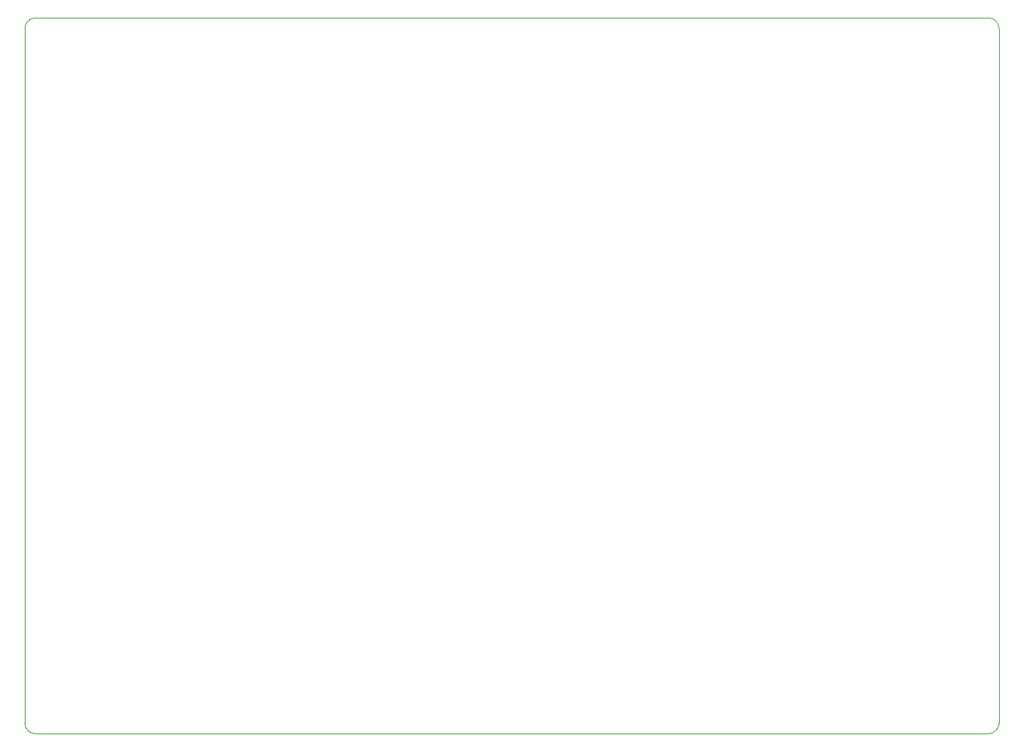
<source format=gm1>
G04 #@! TF.FileFunction,Profile,NP*
%FSLAX46Y46*%
G04 Gerber Fmt 4.6, Leading zero omitted, Abs format (unit mm)*
G04 Created by KiCad (PCBNEW 4.0.7) date Sun Dec 23 23:36:25 2018*
%MOMM*%
%LPD*%
G01*
G04 APERTURE LIST*
%ADD10C,0.100000*%
G04 APERTURE END LIST*
D10*
X203962000Y-146304000D02*
X203962000Y-63500000D01*
X87884000Y-146304000D02*
X87884000Y-63500000D01*
X202692000Y-62230000D02*
X89154000Y-62230000D01*
X202692000Y-147574000D02*
X89154000Y-147574000D01*
X89154000Y-62230000D02*
G75*
G03X87884000Y-63500000I0J-1270000D01*
G01*
X203962000Y-63500000D02*
G75*
G03X202692000Y-62230000I-1270000J0D01*
G01*
X202692000Y-147574000D02*
G75*
G03X203962000Y-146304000I0J1270000D01*
G01*
X87884000Y-146304000D02*
G75*
G03X89154000Y-147574000I1270000J0D01*
G01*
M02*

</source>
